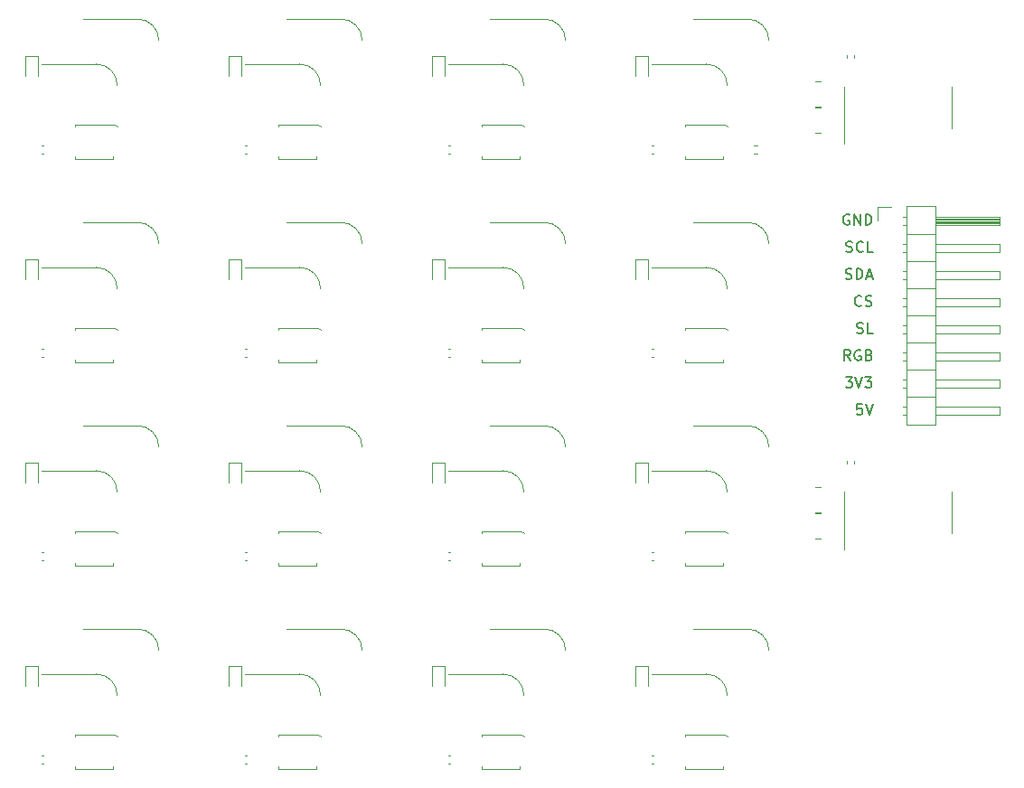
<source format=gbr>
%TF.GenerationSoftware,KiCad,Pcbnew,6.0.7+dfsg-1~bpo11+1*%
%TF.CreationDate,2022-11-02T04:35:50+00:00*%
%TF.ProjectId,MK74HC-16,4d4b3734-4843-42d3-9136-2e6b69636164,rev?*%
%TF.SameCoordinates,Original*%
%TF.FileFunction,Legend,Top*%
%TF.FilePolarity,Positive*%
%FSLAX46Y46*%
G04 Gerber Fmt 4.6, Leading zero omitted, Abs format (unit mm)*
G04 Created by KiCad (PCBNEW 6.0.7+dfsg-1~bpo11+1) date 2022-11-02 04:35:50*
%MOMM*%
%LPD*%
G01*
G04 APERTURE LIST*
%ADD10C,0.150000*%
%ADD11C,0.120000*%
G04 APERTURE END LIST*
D10*
X86135071Y47845239D02*
X86277928Y47797620D01*
X86516023Y47797620D01*
X86611261Y47845239D01*
X86658880Y47892858D01*
X86706500Y47988096D01*
X86706500Y48083334D01*
X86658880Y48178572D01*
X86611261Y48226191D01*
X86516023Y48273810D01*
X86325547Y48321429D01*
X86230309Y48369048D01*
X86182690Y48416667D01*
X86135071Y48511905D01*
X86135071Y48607143D01*
X86182690Y48702381D01*
X86230309Y48750000D01*
X86325547Y48797620D01*
X86563642Y48797620D01*
X86706500Y48750000D01*
X87611261Y47797620D02*
X87135071Y47797620D01*
X87135071Y48797620D01*
X85516023Y45257620D02*
X85182690Y45733810D01*
X84944595Y45257620D02*
X84944595Y46257620D01*
X85325547Y46257620D01*
X85420785Y46210000D01*
X85468404Y46162381D01*
X85516023Y46067143D01*
X85516023Y45924286D01*
X85468404Y45829048D01*
X85420785Y45781429D01*
X85325547Y45733810D01*
X84944595Y45733810D01*
X86468404Y46210000D02*
X86373166Y46257620D01*
X86230309Y46257620D01*
X86087452Y46210000D01*
X85992214Y46114762D01*
X85944595Y46019524D01*
X85896976Y45829048D01*
X85896976Y45686191D01*
X85944595Y45495715D01*
X85992214Y45400477D01*
X86087452Y45305239D01*
X86230309Y45257620D01*
X86325547Y45257620D01*
X86468404Y45305239D01*
X86516023Y45352858D01*
X86516023Y45686191D01*
X86325547Y45686191D01*
X87277928Y45781429D02*
X87420785Y45733810D01*
X87468404Y45686191D01*
X87516023Y45590953D01*
X87516023Y45448096D01*
X87468404Y45352858D01*
X87420785Y45305239D01*
X87325547Y45257620D01*
X86944595Y45257620D01*
X86944595Y46257620D01*
X87277928Y46257620D01*
X87373166Y46210000D01*
X87420785Y46162381D01*
X87468404Y46067143D01*
X87468404Y45971905D01*
X87420785Y45876667D01*
X87373166Y45829048D01*
X87277928Y45781429D01*
X86944595Y45781429D01*
X85420785Y58910000D02*
X85325547Y58957620D01*
X85182690Y58957620D01*
X85039833Y58910000D01*
X84944595Y58814762D01*
X84896976Y58719524D01*
X84849357Y58529048D01*
X84849357Y58386191D01*
X84896976Y58195715D01*
X84944595Y58100477D01*
X85039833Y58005239D01*
X85182690Y57957620D01*
X85277928Y57957620D01*
X85420785Y58005239D01*
X85468404Y58052858D01*
X85468404Y58386191D01*
X85277928Y58386191D01*
X85896976Y57957620D02*
X85896976Y58957620D01*
X86468404Y57957620D01*
X86468404Y58957620D01*
X86944595Y57957620D02*
X86944595Y58957620D01*
X87182690Y58957620D01*
X87325547Y58910000D01*
X87420785Y58814762D01*
X87468404Y58719524D01*
X87516023Y58529048D01*
X87516023Y58386191D01*
X87468404Y58195715D01*
X87420785Y58100477D01*
X87325547Y58005239D01*
X87182690Y57957620D01*
X86944595Y57957620D01*
X86611261Y41177620D02*
X86135071Y41177620D01*
X86087452Y40701429D01*
X86135071Y40749048D01*
X86230309Y40796667D01*
X86468404Y40796667D01*
X86563642Y40749048D01*
X86611261Y40701429D01*
X86658880Y40606191D01*
X86658880Y40368096D01*
X86611261Y40272858D01*
X86563642Y40225239D01*
X86468404Y40177620D01*
X86230309Y40177620D01*
X86135071Y40225239D01*
X86087452Y40272858D01*
X86944595Y41177620D02*
X87277928Y40177620D01*
X87611261Y41177620D01*
X85087452Y52925239D02*
X85230309Y52877620D01*
X85468404Y52877620D01*
X85563642Y52925239D01*
X85611261Y52972858D01*
X85658880Y53068096D01*
X85658880Y53163334D01*
X85611261Y53258572D01*
X85563642Y53306191D01*
X85468404Y53353810D01*
X85277928Y53401429D01*
X85182690Y53449048D01*
X85135071Y53496667D01*
X85087452Y53591905D01*
X85087452Y53687143D01*
X85135071Y53782381D01*
X85182690Y53830000D01*
X85277928Y53877620D01*
X85516023Y53877620D01*
X85658880Y53830000D01*
X86087452Y52877620D02*
X86087452Y53877620D01*
X86325547Y53877620D01*
X86468404Y53830000D01*
X86563642Y53734762D01*
X86611261Y53639524D01*
X86658880Y53449048D01*
X86658880Y53306191D01*
X86611261Y53115715D01*
X86563642Y53020477D01*
X86468404Y52925239D01*
X86325547Y52877620D01*
X86087452Y52877620D01*
X87039833Y53163334D02*
X87516023Y53163334D01*
X86944595Y52877620D02*
X87277928Y53877620D01*
X87611261Y52877620D01*
X85135071Y55465239D02*
X85277928Y55417620D01*
X85516023Y55417620D01*
X85611261Y55465239D01*
X85658880Y55512858D01*
X85706500Y55608096D01*
X85706500Y55703334D01*
X85658880Y55798572D01*
X85611261Y55846191D01*
X85516023Y55893810D01*
X85325547Y55941429D01*
X85230309Y55989048D01*
X85182690Y56036667D01*
X85135071Y56131905D01*
X85135071Y56227143D01*
X85182690Y56322381D01*
X85230309Y56370000D01*
X85325547Y56417620D01*
X85563642Y56417620D01*
X85706500Y56370000D01*
X86706500Y55512858D02*
X86658880Y55465239D01*
X86516023Y55417620D01*
X86420785Y55417620D01*
X86277928Y55465239D01*
X86182690Y55560477D01*
X86135071Y55655715D01*
X86087452Y55846191D01*
X86087452Y55989048D01*
X86135071Y56179524D01*
X86182690Y56274762D01*
X86277928Y56370000D01*
X86420785Y56417620D01*
X86516023Y56417620D01*
X86658880Y56370000D01*
X86706500Y56322381D01*
X87611261Y55417620D02*
X87135071Y55417620D01*
X87135071Y56417620D01*
X86563642Y50432858D02*
X86516023Y50385239D01*
X86373166Y50337620D01*
X86277928Y50337620D01*
X86135071Y50385239D01*
X86039833Y50480477D01*
X85992214Y50575715D01*
X85944595Y50766191D01*
X85944595Y50909048D01*
X85992214Y51099524D01*
X86039833Y51194762D01*
X86135071Y51290000D01*
X86277928Y51337620D01*
X86373166Y51337620D01*
X86516023Y51290000D01*
X86563642Y51242381D01*
X86944595Y50385239D02*
X87087452Y50337620D01*
X87325547Y50337620D01*
X87420785Y50385239D01*
X87468404Y50432858D01*
X87516023Y50528096D01*
X87516023Y50623334D01*
X87468404Y50718572D01*
X87420785Y50766191D01*
X87325547Y50813810D01*
X87135071Y50861429D01*
X87039833Y50909048D01*
X86992214Y50956667D01*
X86944595Y51051905D01*
X86944595Y51147143D01*
X86992214Y51242381D01*
X87039833Y51290000D01*
X87135071Y51337620D01*
X87373166Y51337620D01*
X87516023Y51290000D01*
X85087452Y43717620D02*
X85706500Y43717620D01*
X85373166Y43336667D01*
X85516023Y43336667D01*
X85611261Y43289048D01*
X85658880Y43241429D01*
X85706500Y43146191D01*
X85706500Y42908096D01*
X85658880Y42812858D01*
X85611261Y42765239D01*
X85516023Y42717620D01*
X85230309Y42717620D01*
X85135071Y42765239D01*
X85087452Y42812858D01*
X85992214Y43717620D02*
X86325547Y42717620D01*
X86658880Y43717620D01*
X86896976Y43717620D02*
X87516023Y43717620D01*
X87182690Y43336667D01*
X87325547Y43336667D01*
X87420785Y43289048D01*
X87468404Y43241429D01*
X87516023Y43146191D01*
X87516023Y42908096D01*
X87468404Y42812858D01*
X87420785Y42765239D01*
X87325547Y42717620D01*
X87039833Y42717620D01*
X86944595Y42765239D01*
X86896976Y42812858D01*
D11*
%TO.C,D27*%
X47510000Y73784000D02*
X46310000Y73784000D01*
X46310000Y71934000D02*
X46310000Y73784000D01*
X47510000Y71934000D02*
X47510000Y73784000D01*
%TO.C,D13*%
X70002000Y10226000D02*
X70002000Y10026000D01*
X73602000Y7026000D02*
X70002000Y7026000D01*
X70002000Y7026000D02*
X70002000Y7226000D01*
X73602000Y7026000D02*
X73602000Y7226000D01*
X73802000Y10226000D02*
X70002000Y10226000D01*
X73802000Y10226000D02*
X74002000Y10026000D01*
%TO.C,C15*%
X67083836Y8236000D02*
X66868164Y8236000D01*
X67083836Y7516000D02*
X66868164Y7516000D01*
%TO.C,D8*%
X16652000Y48326000D02*
X16852000Y48126000D01*
X16652000Y48326000D02*
X12852000Y48326000D01*
X12852000Y48326000D02*
X12852000Y48126000D01*
X16452000Y45126000D02*
X16452000Y45326000D01*
X16452000Y45126000D02*
X12852000Y45126000D01*
X12852000Y45126000D02*
X12852000Y45326000D01*
%TO.C,D17*%
X66560000Y54734000D02*
X65360000Y54734000D01*
X65360000Y52884000D02*
X65360000Y54734000D01*
X66560000Y52884000D02*
X66560000Y54734000D01*
%TO.C,RN4*%
X82250000Y28570000D02*
X82750000Y28570000D01*
X82250000Y30930000D02*
X82750000Y30930000D01*
%TO.C,D28*%
X46310000Y33834000D02*
X46310000Y35684000D01*
X47510000Y35684000D02*
X46310000Y35684000D01*
X47510000Y33834000D02*
X47510000Y35684000D01*
%TO.C,D24*%
X8210000Y14784000D02*
X8210000Y16634000D01*
X9410000Y14784000D02*
X9410000Y16634000D01*
X9410000Y16634000D02*
X8210000Y16634000D01*
%TO.C,C17*%
X28983836Y7516000D02*
X28768164Y7516000D01*
X28983836Y8236000D02*
X28768164Y8236000D01*
%TO.C,C8*%
X9933836Y46336000D02*
X9718164Y46336000D01*
X9933836Y45616000D02*
X9718164Y45616000D01*
%TO.C,D1*%
X73602000Y64176000D02*
X70002000Y64176000D01*
X73602000Y64176000D02*
X73602000Y64376000D01*
X73802000Y67376000D02*
X70002000Y67376000D01*
X73802000Y67376000D02*
X74002000Y67176000D01*
X70002000Y64176000D02*
X70002000Y64376000D01*
X70002000Y67376000D02*
X70002000Y67176000D01*
%TO.C,C11*%
X67083836Y26566000D02*
X66868164Y26566000D01*
X67083836Y27286000D02*
X66868164Y27286000D01*
%TO.C,C12*%
X48033836Y26566000D02*
X47818164Y26566000D01*
X48033836Y27286000D02*
X47818164Y27286000D01*
%TO.C,C13*%
X28983836Y27286000D02*
X28768164Y27286000D01*
X28983836Y26566000D02*
X28768164Y26566000D01*
%TO.C,D3*%
X31902000Y67376000D02*
X31902000Y67176000D01*
X35502000Y64176000D02*
X35502000Y64376000D01*
X35502000Y64176000D02*
X31902000Y64176000D01*
X35702000Y67376000D02*
X31902000Y67376000D01*
X35702000Y67376000D02*
X35902000Y67176000D01*
X31902000Y64176000D02*
X31902000Y64376000D01*
%TO.C,R1*%
X76781641Y64646000D02*
X76474359Y64646000D01*
X76781641Y65406000D02*
X76474359Y65406000D01*
%TO.C,D5*%
X73802000Y48326000D02*
X74002000Y48126000D01*
X73602000Y45126000D02*
X70002000Y45126000D01*
X70002000Y48326000D02*
X70002000Y48126000D01*
X70002000Y45126000D02*
X70002000Y45326000D01*
X73602000Y45126000D02*
X73602000Y45326000D01*
X73802000Y48326000D02*
X70002000Y48326000D01*
%TO.C,J1*%
X90815000Y57105000D02*
X93475000Y57105000D01*
X93475000Y48595000D02*
X99475000Y48595000D01*
X90815000Y46945000D02*
X93475000Y46945000D01*
X99475000Y42755000D02*
X93475000Y42755000D01*
X90417929Y40975000D02*
X90815000Y40975000D01*
X90417929Y56215000D02*
X90815000Y56215000D01*
X90417929Y43515000D02*
X90815000Y43515000D01*
X93475000Y58455000D02*
X99475000Y58455000D01*
X93475000Y46055000D02*
X99475000Y46055000D01*
X90815000Y49485000D02*
X93475000Y49485000D01*
X99475000Y50375000D02*
X93475000Y50375000D01*
X90417929Y42755000D02*
X90815000Y42755000D01*
X99475000Y55455000D02*
X93475000Y55455000D01*
X90417929Y48595000D02*
X90815000Y48595000D01*
X99475000Y46055000D02*
X99475000Y45295000D01*
X93475000Y56215000D02*
X99475000Y56215000D01*
X90417929Y55455000D02*
X90815000Y55455000D01*
X99475000Y56215000D02*
X99475000Y55455000D01*
X93475000Y58215000D02*
X99475000Y58215000D01*
X93475000Y58695000D02*
X99475000Y58695000D01*
X93475000Y58335000D02*
X99475000Y58335000D01*
X99475000Y53675000D02*
X99475000Y52915000D01*
X90417929Y46055000D02*
X90815000Y46055000D01*
X90815000Y41865000D02*
X93475000Y41865000D01*
X90815000Y54565000D02*
X93475000Y54565000D01*
X90417929Y40215000D02*
X90815000Y40215000D01*
X93475000Y40975000D02*
X99475000Y40975000D01*
X93475000Y58095000D02*
X99475000Y58095000D01*
X93475000Y51135000D02*
X99475000Y51135000D01*
X99475000Y40975000D02*
X99475000Y40215000D01*
X90417929Y51135000D02*
X90815000Y51135000D01*
X99475000Y40215000D02*
X93475000Y40215000D01*
X99475000Y57995000D02*
X93475000Y57995000D01*
X90417929Y50375000D02*
X90815000Y50375000D01*
X90815000Y44405000D02*
X93475000Y44405000D01*
X90417929Y47835000D02*
X90815000Y47835000D01*
X99475000Y51135000D02*
X99475000Y50375000D01*
X88105000Y59645000D02*
X89375000Y59645000D01*
X90815000Y59705000D02*
X90815000Y39265000D01*
X93475000Y53675000D02*
X99475000Y53675000D01*
X93475000Y39265000D02*
X93475000Y59705000D01*
X90417929Y52915000D02*
X90815000Y52915000D01*
X99475000Y52915000D02*
X93475000Y52915000D01*
X99475000Y43515000D02*
X99475000Y42755000D01*
X88105000Y58375000D02*
X88105000Y59645000D01*
X90417929Y45295000D02*
X90815000Y45295000D01*
X90815000Y52025000D02*
X93475000Y52025000D01*
X93475000Y59705000D02*
X90815000Y59705000D01*
X90417929Y53675000D02*
X90815000Y53675000D01*
X90485000Y58755000D02*
X90815000Y58755000D01*
X93475000Y58755000D02*
X99475000Y58755000D01*
X90815000Y39265000D02*
X93475000Y39265000D01*
X90485000Y57995000D02*
X90815000Y57995000D01*
X99475000Y47835000D02*
X93475000Y47835000D01*
X93475000Y58575000D02*
X99475000Y58575000D01*
X99475000Y48595000D02*
X99475000Y47835000D01*
X93475000Y43515000D02*
X99475000Y43515000D01*
X99475000Y58755000D02*
X99475000Y57995000D01*
X99475000Y45295000D02*
X93475000Y45295000D01*
%TO.C,D29*%
X28460000Y71934000D02*
X28460000Y73784000D01*
X28460000Y73784000D02*
X27260000Y73784000D01*
X27260000Y71934000D02*
X27260000Y73784000D01*
%TO.C,RN3*%
X82250000Y33430000D02*
X82750000Y33430000D01*
X82250000Y31070000D02*
X82750000Y31070000D01*
%TO.C,D10*%
X54552000Y26076000D02*
X54552000Y26276000D01*
X50952000Y29276000D02*
X50952000Y29076000D01*
X54552000Y26076000D02*
X50952000Y26076000D01*
X54752000Y29276000D02*
X54952000Y29076000D01*
X54752000Y29276000D02*
X50952000Y29276000D01*
X50952000Y26076000D02*
X50952000Y26276000D01*
%TO.C,D6*%
X54752000Y48326000D02*
X54952000Y48126000D01*
X54752000Y48326000D02*
X50952000Y48326000D01*
X54552000Y45126000D02*
X54552000Y45326000D01*
X50952000Y48326000D02*
X50952000Y48126000D01*
X50952000Y45126000D02*
X50952000Y45326000D01*
X54552000Y45126000D02*
X50952000Y45126000D01*
%TO.C,C10*%
X85915000Y35642164D02*
X85915000Y35857836D01*
X85195000Y35642164D02*
X85195000Y35857836D01*
%TO.C,U1*%
X84940000Y69000000D02*
X84940000Y70950000D01*
X95060000Y69000000D02*
X95060000Y70950000D01*
X84940000Y69000000D02*
X84940000Y65550000D01*
X95060000Y69000000D02*
X95060000Y67050000D01*
%TO.C,D7*%
X35502000Y45126000D02*
X35502000Y45326000D01*
X35702000Y48326000D02*
X35902000Y48126000D01*
X31902000Y48326000D02*
X31902000Y48126000D01*
X31902000Y45126000D02*
X31902000Y45326000D01*
X35702000Y48326000D02*
X31902000Y48326000D01*
X35502000Y45126000D02*
X31902000Y45126000D01*
%TO.C,D2*%
X50952000Y64176000D02*
X50952000Y64376000D01*
X54752000Y67376000D02*
X50952000Y67376000D01*
X54552000Y64176000D02*
X50952000Y64176000D01*
X50952000Y67376000D02*
X50952000Y67176000D01*
X54552000Y64176000D02*
X54552000Y64376000D01*
X54752000Y67376000D02*
X54952000Y67176000D01*
%TO.C,D18*%
X66560000Y14784000D02*
X66560000Y16634000D01*
X66560000Y16634000D02*
X65360000Y16634000D01*
X65360000Y14784000D02*
X65360000Y16634000D01*
%TO.C,C5*%
X67083836Y46336000D02*
X66868164Y46336000D01*
X67083836Y45616000D02*
X66868164Y45616000D01*
%TO.C,C3*%
X28983836Y65386000D02*
X28768164Y65386000D01*
X28983836Y64666000D02*
X28768164Y64666000D01*
%TO.C,C2*%
X48033836Y65386000D02*
X47818164Y65386000D01*
X48033836Y64666000D02*
X47818164Y64666000D01*
%TO.C,D23*%
X8210000Y52884000D02*
X8210000Y54734000D01*
X9410000Y52884000D02*
X9410000Y54734000D01*
X9410000Y54734000D02*
X8210000Y54734000D01*
%TO.C,C4*%
X9933836Y65386000D02*
X9718164Y65386000D01*
X9933836Y64666000D02*
X9718164Y64666000D01*
%TO.C,C16*%
X48033836Y7516000D02*
X47818164Y7516000D01*
X48033836Y8236000D02*
X47818164Y8236000D01*
%TO.C,RN2*%
X82250000Y68930000D02*
X82750000Y68930000D01*
X82250000Y66570000D02*
X82750000Y66570000D01*
%TO.C,D26*%
X66560000Y35684000D02*
X65360000Y35684000D01*
X66560000Y33834000D02*
X66560000Y35684000D01*
X65360000Y33834000D02*
X65360000Y35684000D01*
%TO.C,D31*%
X8210000Y71934000D02*
X8210000Y73784000D01*
X9410000Y71934000D02*
X9410000Y73784000D01*
X9410000Y73784000D02*
X8210000Y73784000D01*
%TO.C,D4*%
X16452000Y64176000D02*
X16452000Y64376000D01*
X16652000Y67376000D02*
X16852000Y67176000D01*
X16652000Y67376000D02*
X12852000Y67376000D01*
X12852000Y64176000D02*
X12852000Y64376000D01*
X12852000Y67376000D02*
X12852000Y67176000D01*
X16452000Y64176000D02*
X12852000Y64176000D01*
%TO.C,D16*%
X12852000Y7026000D02*
X12852000Y7226000D01*
X16652000Y10226000D02*
X16852000Y10026000D01*
X16452000Y7026000D02*
X12852000Y7026000D01*
X12852000Y10226000D02*
X12852000Y10026000D01*
X16652000Y10226000D02*
X12852000Y10226000D01*
X16452000Y7026000D02*
X16452000Y7226000D01*
%TO.C,D32*%
X8210000Y33834000D02*
X8210000Y35684000D01*
X9410000Y35684000D02*
X8210000Y35684000D01*
X9410000Y33834000D02*
X9410000Y35684000D01*
%TO.C,RN1*%
X82250000Y71430000D02*
X82750000Y71430000D01*
X82250000Y69070000D02*
X82750000Y69070000D01*
%TO.C,D19*%
X47510000Y52884000D02*
X47510000Y54734000D01*
X46310000Y52884000D02*
X46310000Y54734000D01*
X47510000Y54734000D02*
X46310000Y54734000D01*
%TO.C,C7*%
X28983836Y46336000D02*
X28768164Y46336000D01*
X28983836Y45616000D02*
X28768164Y45616000D01*
%TO.C,D11*%
X35702000Y29276000D02*
X35902000Y29076000D01*
X31902000Y29276000D02*
X31902000Y29076000D01*
X35702000Y29276000D02*
X31902000Y29276000D01*
X31902000Y26076000D02*
X31902000Y26276000D01*
X35502000Y26076000D02*
X35502000Y26276000D01*
X35502000Y26076000D02*
X31902000Y26076000D01*
%TO.C,D20*%
X47510000Y16634000D02*
X46310000Y16634000D01*
X47510000Y14784000D02*
X47510000Y16634000D01*
X46310000Y14784000D02*
X46310000Y16634000D01*
%TO.C,D14*%
X54552000Y7026000D02*
X50952000Y7026000D01*
X54752000Y10226000D02*
X50952000Y10226000D01*
X54552000Y7026000D02*
X54552000Y7226000D01*
X50952000Y10226000D02*
X50952000Y10026000D01*
X50952000Y7026000D02*
X50952000Y7226000D01*
X54752000Y10226000D02*
X54952000Y10026000D01*
%TO.C,C1*%
X67083836Y64666000D02*
X66868164Y64666000D01*
X67083836Y65386000D02*
X66868164Y65386000D01*
%TO.C,C9*%
X85195000Y73642164D02*
X85195000Y73857836D01*
X85915000Y73642164D02*
X85915000Y73857836D01*
%TO.C,C18*%
X9933836Y8236000D02*
X9718164Y8236000D01*
X9933836Y7516000D02*
X9718164Y7516000D01*
%TO.C,D22*%
X28460000Y16634000D02*
X27260000Y16634000D01*
X27260000Y14784000D02*
X27260000Y16634000D01*
X28460000Y14784000D02*
X28460000Y16634000D01*
%TO.C,C14*%
X9933836Y26566000D02*
X9718164Y26566000D01*
X9933836Y27286000D02*
X9718164Y27286000D01*
%TO.C,D12*%
X16652000Y29276000D02*
X12852000Y29276000D01*
X12852000Y29276000D02*
X12852000Y29076000D01*
X12852000Y26076000D02*
X12852000Y26276000D01*
X16452000Y26076000D02*
X12852000Y26076000D01*
X16452000Y26076000D02*
X16452000Y26276000D01*
X16652000Y29276000D02*
X16852000Y29076000D01*
%TO.C,D21*%
X28460000Y52884000D02*
X28460000Y54734000D01*
X27260000Y52884000D02*
X27260000Y54734000D01*
X28460000Y54734000D02*
X27260000Y54734000D01*
%TO.C,D9*%
X70002000Y29276000D02*
X70002000Y29076000D01*
X73802000Y29276000D02*
X74002000Y29076000D01*
X73802000Y29276000D02*
X70002000Y29276000D01*
X70002000Y26076000D02*
X70002000Y26276000D01*
X73602000Y26076000D02*
X73602000Y26276000D01*
X73602000Y26076000D02*
X70002000Y26076000D01*
%TO.C,D15*%
X35702000Y10226000D02*
X35902000Y10026000D01*
X35702000Y10226000D02*
X31902000Y10226000D01*
X31902000Y10226000D02*
X31902000Y10026000D01*
X31902000Y7026000D02*
X31902000Y7226000D01*
X35502000Y7026000D02*
X31902000Y7026000D01*
X35502000Y7026000D02*
X35502000Y7226000D01*
%TO.C,U2*%
X95060000Y31000000D02*
X95060000Y29050000D01*
X84940000Y31000000D02*
X84940000Y32950000D01*
X95060000Y31000000D02*
X95060000Y32950000D01*
X84940000Y31000000D02*
X84940000Y27550000D01*
%TO.C,D30*%
X27260000Y33834000D02*
X27260000Y35684000D01*
X28460000Y35684000D02*
X27260000Y35684000D01*
X28460000Y33834000D02*
X28460000Y35684000D01*
%TO.C,D25*%
X66560000Y73784000D02*
X65360000Y73784000D01*
X65360000Y71934000D02*
X65360000Y73784000D01*
X66560000Y71934000D02*
X66560000Y73784000D01*
%TO.C,C6*%
X48033836Y46336000D02*
X47818164Y46336000D01*
X48033836Y45616000D02*
X47818164Y45616000D01*
%TO.C,SW7*%
X56852000Y58198000D02*
X51752000Y58198000D01*
X52952000Y53998000D02*
X47852000Y53998000D01*
X58852000Y56198000D02*
G75*
G03*
X56852000Y58198000I-1999999J1D01*
G01*
X54952000Y51998000D02*
G75*
G03*
X52952000Y53998000I-1999999J1D01*
G01*
%TO.C,SW11*%
X56852000Y39148000D02*
X51752000Y39148000D01*
X52952000Y34948000D02*
X47852000Y34948000D01*
X54952000Y32948000D02*
G75*
G03*
X52952000Y34948000I-1999999J1D01*
G01*
X58852000Y37148000D02*
G75*
G03*
X56852000Y39148000I-1999999J1D01*
G01*
%TO.C,SW2*%
X37802000Y77248000D02*
X32702000Y77248000D01*
X33902000Y73048000D02*
X28802000Y73048000D01*
X35902000Y71048000D02*
G75*
G03*
X33902000Y73048000I-1999999J1D01*
G01*
X39802000Y75248000D02*
G75*
G03*
X37802000Y77248000I-1999999J1D01*
G01*
%TO.C,SW14*%
X33902000Y15898000D02*
X28802000Y15898000D01*
X37802000Y20098000D02*
X32702000Y20098000D01*
X39802000Y18098000D02*
G75*
G03*
X37802000Y20098000I-1999999J1D01*
G01*
X35902000Y13898000D02*
G75*
G03*
X33902000Y15898000I-1999999J1D01*
G01*
%TO.C,SW9*%
X14852000Y34948000D02*
X9752000Y34948000D01*
X18752000Y39148000D02*
X13652000Y39148000D01*
X20752000Y37148000D02*
G75*
G03*
X18752000Y39148000I-1999999J1D01*
G01*
X16852000Y32948000D02*
G75*
G03*
X14852000Y34948000I-1999999J1D01*
G01*
%TO.C,SW1*%
X14852000Y73048000D02*
X9752000Y73048000D01*
X18752000Y77248000D02*
X13652000Y77248000D01*
X16852000Y71048000D02*
G75*
G03*
X14852000Y73048000I-1999999J1D01*
G01*
X20752000Y75248000D02*
G75*
G03*
X18752000Y77248000I-1999999J1D01*
G01*
%TO.C,SW8*%
X75902000Y58198000D02*
X70802000Y58198000D01*
X72002000Y53998000D02*
X66902000Y53998000D01*
X77902000Y56198000D02*
G75*
G03*
X75902000Y58198000I-1999999J1D01*
G01*
X74002000Y51998000D02*
G75*
G03*
X72002000Y53998000I-1999999J1D01*
G01*
%TO.C,SW13*%
X14852000Y15898000D02*
X9752000Y15898000D01*
X18752000Y20098000D02*
X13652000Y20098000D01*
X20752000Y18098000D02*
G75*
G03*
X18752000Y20098000I-1999999J1D01*
G01*
X16852000Y13898000D02*
G75*
G03*
X14852000Y15898000I-1999999J1D01*
G01*
%TO.C,SW15*%
X56852000Y20098000D02*
X51752000Y20098000D01*
X52952000Y15898000D02*
X47852000Y15898000D01*
X54952000Y13898000D02*
G75*
G03*
X52952000Y15898000I-1999999J1D01*
G01*
X58852000Y18098000D02*
G75*
G03*
X56852000Y20098000I-1999999J1D01*
G01*
%TO.C,SW6*%
X33902000Y53998000D02*
X28802000Y53998000D01*
X37802000Y58198000D02*
X32702000Y58198000D01*
X39802000Y56198000D02*
G75*
G03*
X37802000Y58198000I-1999999J1D01*
G01*
X35902000Y51998000D02*
G75*
G03*
X33902000Y53998000I-1999999J1D01*
G01*
%TO.C,SW4*%
X72002000Y73048000D02*
X66902000Y73048000D01*
X75902000Y77248000D02*
X70802000Y77248000D01*
X77902000Y75248000D02*
G75*
G03*
X75902000Y77248000I-1999999J1D01*
G01*
X74002000Y71048000D02*
G75*
G03*
X72002000Y73048000I-1999999J1D01*
G01*
%TO.C,SW16*%
X75902000Y20098000D02*
X70802000Y20098000D01*
X72002000Y15898000D02*
X66902000Y15898000D01*
X74002000Y13898000D02*
G75*
G03*
X72002000Y15898000I-1999999J1D01*
G01*
X77902000Y18098000D02*
G75*
G03*
X75902000Y20098000I-1999999J1D01*
G01*
%TO.C,SW10*%
X37802000Y39148000D02*
X32702000Y39148000D01*
X33902000Y34948000D02*
X28802000Y34948000D01*
X35902000Y32948000D02*
G75*
G03*
X33902000Y34948000I-1999999J1D01*
G01*
X39802000Y37148000D02*
G75*
G03*
X37802000Y39148000I-1999999J1D01*
G01*
%TO.C,SW5*%
X14852000Y53998000D02*
X9752000Y53998000D01*
X18752000Y58198000D02*
X13652000Y58198000D01*
X20752000Y56198000D02*
G75*
G03*
X18752000Y58198000I-1999999J1D01*
G01*
X16852000Y51998000D02*
G75*
G03*
X14852000Y53998000I-1999999J1D01*
G01*
%TO.C,SW3*%
X56852000Y77248000D02*
X51752000Y77248000D01*
X52952000Y73048000D02*
X47852000Y73048000D01*
X58852000Y75248000D02*
G75*
G03*
X56852000Y77248000I-1999999J1D01*
G01*
X54952000Y71048000D02*
G75*
G03*
X52952000Y73048000I-1999999J1D01*
G01*
%TO.C,SW12*%
X72002000Y34948000D02*
X66902000Y34948000D01*
X75902000Y39148000D02*
X70802000Y39148000D01*
X74002000Y32948000D02*
G75*
G03*
X72002000Y34948000I-1999999J1D01*
G01*
X77902000Y37148000D02*
G75*
G03*
X75902000Y39148000I-1999999J1D01*
G01*
%TD*%
M02*

</source>
